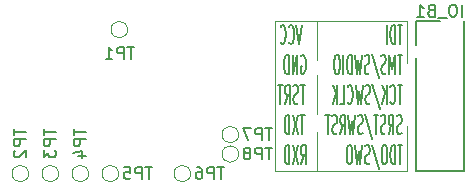
<source format=gbr>
G04 #@! TF.GenerationSoftware,KiCad,Pcbnew,(5.1.4)-1*
G04 #@! TF.CreationDate,2019-11-22T21:00:23+08:00*
G04 #@! TF.ProjectId,vllink_lite.r3,766c6c69-6e6b-45f6-9c69-74652e72332e,rev?*
G04 #@! TF.SameCoordinates,Original*
G04 #@! TF.FileFunction,Legend,Bot*
G04 #@! TF.FilePolarity,Positive*
%FSLAX46Y46*%
G04 Gerber Fmt 4.6, Leading zero omitted, Abs format (unit mm)*
G04 Created by KiCad (PCBNEW (5.1.4)-1) date 2019-11-22 21:00:23*
%MOMM*%
%LPD*%
G04 APERTURE LIST*
%ADD10C,0.120000*%
%ADD11C,0.150000*%
G04 APERTURE END LIST*
D10*
X119126000Y-114300000D02*
X119126000Y-117602000D01*
X119126000Y-109474000D02*
X119126000Y-112776000D01*
X119126000Y-104902000D02*
X119126000Y-108204000D01*
X126746000Y-117602000D02*
X126746000Y-113792000D01*
X115570000Y-117602000D02*
X126746000Y-117602000D01*
X115570000Y-104902000D02*
X115570000Y-117602000D01*
X126746000Y-104902000D02*
X115570000Y-104902000D01*
X126746000Y-108458000D02*
X126746000Y-104902000D01*
D11*
X126327833Y-105275809D02*
X125927833Y-105275809D01*
X126127833Y-106875809D02*
X126127833Y-105275809D01*
X125694500Y-106875809D02*
X125694500Y-105275809D01*
X125527833Y-105275809D01*
X125427833Y-105352000D01*
X125361166Y-105504380D01*
X125327833Y-105656761D01*
X125294500Y-105961523D01*
X125294500Y-106190095D01*
X125327833Y-106494857D01*
X125361166Y-106647238D01*
X125427833Y-106799619D01*
X125527833Y-106875809D01*
X125694500Y-106875809D01*
X124994500Y-106875809D02*
X124994500Y-105275809D01*
X117827833Y-105275809D02*
X117594500Y-106875809D01*
X117361166Y-105275809D01*
X116727833Y-106723428D02*
X116761166Y-106799619D01*
X116861166Y-106875809D01*
X116927833Y-106875809D01*
X117027833Y-106799619D01*
X117094500Y-106647238D01*
X117127833Y-106494857D01*
X117161166Y-106190095D01*
X117161166Y-105961523D01*
X117127833Y-105656761D01*
X117094500Y-105504380D01*
X117027833Y-105352000D01*
X116927833Y-105275809D01*
X116861166Y-105275809D01*
X116761166Y-105352000D01*
X116727833Y-105428190D01*
X116027833Y-106723428D02*
X116061166Y-106799619D01*
X116161166Y-106875809D01*
X116227833Y-106875809D01*
X116327833Y-106799619D01*
X116394500Y-106647238D01*
X116427833Y-106494857D01*
X116461166Y-106190095D01*
X116461166Y-105961523D01*
X116427833Y-105656761D01*
X116394500Y-105504380D01*
X116327833Y-105352000D01*
X116227833Y-105275809D01*
X116161166Y-105275809D01*
X116061166Y-105352000D01*
X116027833Y-105428190D01*
X126327833Y-107825809D02*
X125927833Y-107825809D01*
X126127833Y-109425809D02*
X126127833Y-107825809D01*
X125694500Y-109425809D02*
X125694500Y-107825809D01*
X125461166Y-108968666D01*
X125227833Y-107825809D01*
X125227833Y-109425809D01*
X124927833Y-109349619D02*
X124827833Y-109425809D01*
X124661166Y-109425809D01*
X124594500Y-109349619D01*
X124561166Y-109273428D01*
X124527833Y-109121047D01*
X124527833Y-108968666D01*
X124561166Y-108816285D01*
X124594500Y-108740095D01*
X124661166Y-108663904D01*
X124794500Y-108587714D01*
X124861166Y-108511523D01*
X124894500Y-108435333D01*
X124927833Y-108282952D01*
X124927833Y-108130571D01*
X124894500Y-107978190D01*
X124861166Y-107902000D01*
X124794500Y-107825809D01*
X124627833Y-107825809D01*
X124527833Y-107902000D01*
X123727833Y-107749619D02*
X124327833Y-109806761D01*
X123527833Y-109349619D02*
X123427833Y-109425809D01*
X123261166Y-109425809D01*
X123194500Y-109349619D01*
X123161166Y-109273428D01*
X123127833Y-109121047D01*
X123127833Y-108968666D01*
X123161166Y-108816285D01*
X123194500Y-108740095D01*
X123261166Y-108663904D01*
X123394500Y-108587714D01*
X123461166Y-108511523D01*
X123494500Y-108435333D01*
X123527833Y-108282952D01*
X123527833Y-108130571D01*
X123494500Y-107978190D01*
X123461166Y-107902000D01*
X123394500Y-107825809D01*
X123227833Y-107825809D01*
X123127833Y-107902000D01*
X122894500Y-107825809D02*
X122727833Y-109425809D01*
X122594500Y-108282952D01*
X122461166Y-109425809D01*
X122294500Y-107825809D01*
X122027833Y-109425809D02*
X122027833Y-107825809D01*
X121861166Y-107825809D01*
X121761166Y-107902000D01*
X121694500Y-108054380D01*
X121661166Y-108206761D01*
X121627833Y-108511523D01*
X121627833Y-108740095D01*
X121661166Y-109044857D01*
X121694500Y-109197238D01*
X121761166Y-109349619D01*
X121861166Y-109425809D01*
X122027833Y-109425809D01*
X121327833Y-109425809D02*
X121327833Y-107825809D01*
X120861166Y-107825809D02*
X120727833Y-107825809D01*
X120661166Y-107902000D01*
X120594500Y-108054380D01*
X120561166Y-108359142D01*
X120561166Y-108892476D01*
X120594500Y-109197238D01*
X120661166Y-109349619D01*
X120727833Y-109425809D01*
X120861166Y-109425809D01*
X120927833Y-109349619D01*
X120994500Y-109197238D01*
X121027833Y-108892476D01*
X121027833Y-108359142D01*
X120994500Y-108054380D01*
X120927833Y-107902000D01*
X120861166Y-107825809D01*
X117761166Y-107902000D02*
X117827833Y-107825809D01*
X117927833Y-107825809D01*
X118027833Y-107902000D01*
X118094500Y-108054380D01*
X118127833Y-108206761D01*
X118161166Y-108511523D01*
X118161166Y-108740095D01*
X118127833Y-109044857D01*
X118094500Y-109197238D01*
X118027833Y-109349619D01*
X117927833Y-109425809D01*
X117861166Y-109425809D01*
X117761166Y-109349619D01*
X117727833Y-109273428D01*
X117727833Y-108740095D01*
X117861166Y-108740095D01*
X117427833Y-109425809D02*
X117427833Y-107825809D01*
X117027833Y-109425809D01*
X117027833Y-107825809D01*
X116694500Y-109425809D02*
X116694500Y-107825809D01*
X116527833Y-107825809D01*
X116427833Y-107902000D01*
X116361166Y-108054380D01*
X116327833Y-108206761D01*
X116294500Y-108511523D01*
X116294500Y-108740095D01*
X116327833Y-109044857D01*
X116361166Y-109197238D01*
X116427833Y-109349619D01*
X116527833Y-109425809D01*
X116694500Y-109425809D01*
X126327833Y-110375809D02*
X125927833Y-110375809D01*
X126127833Y-111975809D02*
X126127833Y-110375809D01*
X125294500Y-111823428D02*
X125327833Y-111899619D01*
X125427833Y-111975809D01*
X125494500Y-111975809D01*
X125594500Y-111899619D01*
X125661166Y-111747238D01*
X125694500Y-111594857D01*
X125727833Y-111290095D01*
X125727833Y-111061523D01*
X125694500Y-110756761D01*
X125661166Y-110604380D01*
X125594500Y-110452000D01*
X125494500Y-110375809D01*
X125427833Y-110375809D01*
X125327833Y-110452000D01*
X125294500Y-110528190D01*
X124994500Y-111975809D02*
X124994500Y-110375809D01*
X124594500Y-111975809D02*
X124894500Y-111061523D01*
X124594500Y-110375809D02*
X124994500Y-111290095D01*
X123794500Y-110299619D02*
X124394500Y-112356761D01*
X123594500Y-111899619D02*
X123494500Y-111975809D01*
X123327833Y-111975809D01*
X123261166Y-111899619D01*
X123227833Y-111823428D01*
X123194500Y-111671047D01*
X123194500Y-111518666D01*
X123227833Y-111366285D01*
X123261166Y-111290095D01*
X123327833Y-111213904D01*
X123461166Y-111137714D01*
X123527833Y-111061523D01*
X123561166Y-110985333D01*
X123594500Y-110832952D01*
X123594500Y-110680571D01*
X123561166Y-110528190D01*
X123527833Y-110452000D01*
X123461166Y-110375809D01*
X123294500Y-110375809D01*
X123194500Y-110452000D01*
X122961166Y-110375809D02*
X122794500Y-111975809D01*
X122661166Y-110832952D01*
X122527833Y-111975809D01*
X122361166Y-110375809D01*
X121694500Y-111823428D02*
X121727833Y-111899619D01*
X121827833Y-111975809D01*
X121894500Y-111975809D01*
X121994500Y-111899619D01*
X122061166Y-111747238D01*
X122094500Y-111594857D01*
X122127833Y-111290095D01*
X122127833Y-111061523D01*
X122094500Y-110756761D01*
X122061166Y-110604380D01*
X121994500Y-110452000D01*
X121894500Y-110375809D01*
X121827833Y-110375809D01*
X121727833Y-110452000D01*
X121694500Y-110528190D01*
X121061166Y-111975809D02*
X121394500Y-111975809D01*
X121394500Y-110375809D01*
X120827833Y-111975809D02*
X120827833Y-110375809D01*
X120427833Y-111975809D02*
X120727833Y-111061523D01*
X120427833Y-110375809D02*
X120827833Y-111290095D01*
X118094500Y-110375809D02*
X117694500Y-110375809D01*
X117894500Y-111975809D02*
X117894500Y-110375809D01*
X117494500Y-111899619D02*
X117394500Y-111975809D01*
X117227833Y-111975809D01*
X117161166Y-111899619D01*
X117127833Y-111823428D01*
X117094500Y-111671047D01*
X117094500Y-111518666D01*
X117127833Y-111366285D01*
X117161166Y-111290095D01*
X117227833Y-111213904D01*
X117361166Y-111137714D01*
X117427833Y-111061523D01*
X117461166Y-110985333D01*
X117494500Y-110832952D01*
X117494500Y-110680571D01*
X117461166Y-110528190D01*
X117427833Y-110452000D01*
X117361166Y-110375809D01*
X117194500Y-110375809D01*
X117094500Y-110452000D01*
X116394500Y-111975809D02*
X116627833Y-111213904D01*
X116794500Y-111975809D02*
X116794500Y-110375809D01*
X116527833Y-110375809D01*
X116461166Y-110452000D01*
X116427833Y-110528190D01*
X116394500Y-110680571D01*
X116394500Y-110909142D01*
X116427833Y-111061523D01*
X116461166Y-111137714D01*
X116527833Y-111213904D01*
X116794500Y-111213904D01*
X116194500Y-110375809D02*
X115794500Y-110375809D01*
X115994500Y-111975809D02*
X115994500Y-110375809D01*
X126261166Y-114449619D02*
X126161166Y-114525809D01*
X125994500Y-114525809D01*
X125927833Y-114449619D01*
X125894500Y-114373428D01*
X125861166Y-114221047D01*
X125861166Y-114068666D01*
X125894500Y-113916285D01*
X125927833Y-113840095D01*
X125994500Y-113763904D01*
X126127833Y-113687714D01*
X126194500Y-113611523D01*
X126227833Y-113535333D01*
X126261166Y-113382952D01*
X126261166Y-113230571D01*
X126227833Y-113078190D01*
X126194500Y-113002000D01*
X126127833Y-112925809D01*
X125961166Y-112925809D01*
X125861166Y-113002000D01*
X125161166Y-114525809D02*
X125394500Y-113763904D01*
X125561166Y-114525809D02*
X125561166Y-112925809D01*
X125294500Y-112925809D01*
X125227833Y-113002000D01*
X125194500Y-113078190D01*
X125161166Y-113230571D01*
X125161166Y-113459142D01*
X125194500Y-113611523D01*
X125227833Y-113687714D01*
X125294500Y-113763904D01*
X125561166Y-113763904D01*
X124894500Y-114449619D02*
X124794500Y-114525809D01*
X124627833Y-114525809D01*
X124561166Y-114449619D01*
X124527833Y-114373428D01*
X124494500Y-114221047D01*
X124494500Y-114068666D01*
X124527833Y-113916285D01*
X124561166Y-113840095D01*
X124627833Y-113763904D01*
X124761166Y-113687714D01*
X124827833Y-113611523D01*
X124861166Y-113535333D01*
X124894500Y-113382952D01*
X124894500Y-113230571D01*
X124861166Y-113078190D01*
X124827833Y-113002000D01*
X124761166Y-112925809D01*
X124594500Y-112925809D01*
X124494500Y-113002000D01*
X124294500Y-112925809D02*
X123894500Y-112925809D01*
X124094500Y-114525809D02*
X124094500Y-112925809D01*
X123161166Y-112849619D02*
X123761166Y-114906761D01*
X122961166Y-114449619D02*
X122861166Y-114525809D01*
X122694500Y-114525809D01*
X122627833Y-114449619D01*
X122594500Y-114373428D01*
X122561166Y-114221047D01*
X122561166Y-114068666D01*
X122594500Y-113916285D01*
X122627833Y-113840095D01*
X122694500Y-113763904D01*
X122827833Y-113687714D01*
X122894500Y-113611523D01*
X122927833Y-113535333D01*
X122961166Y-113382952D01*
X122961166Y-113230571D01*
X122927833Y-113078190D01*
X122894500Y-113002000D01*
X122827833Y-112925809D01*
X122661166Y-112925809D01*
X122561166Y-113002000D01*
X122327833Y-112925809D02*
X122161166Y-114525809D01*
X122027833Y-113382952D01*
X121894500Y-114525809D01*
X121727833Y-112925809D01*
X121061166Y-114525809D02*
X121294500Y-113763904D01*
X121461166Y-114525809D02*
X121461166Y-112925809D01*
X121194500Y-112925809D01*
X121127833Y-113002000D01*
X121094500Y-113078190D01*
X121061166Y-113230571D01*
X121061166Y-113459142D01*
X121094500Y-113611523D01*
X121127833Y-113687714D01*
X121194500Y-113763904D01*
X121461166Y-113763904D01*
X120794500Y-114449619D02*
X120694500Y-114525809D01*
X120527833Y-114525809D01*
X120461166Y-114449619D01*
X120427833Y-114373428D01*
X120394500Y-114221047D01*
X120394500Y-114068666D01*
X120427833Y-113916285D01*
X120461166Y-113840095D01*
X120527833Y-113763904D01*
X120661166Y-113687714D01*
X120727833Y-113611523D01*
X120761166Y-113535333D01*
X120794500Y-113382952D01*
X120794500Y-113230571D01*
X120761166Y-113078190D01*
X120727833Y-113002000D01*
X120661166Y-112925809D01*
X120494500Y-112925809D01*
X120394500Y-113002000D01*
X120194500Y-112925809D02*
X119794500Y-112925809D01*
X119994500Y-114525809D02*
X119994500Y-112925809D01*
X118061166Y-112925809D02*
X117661166Y-112925809D01*
X117861166Y-114525809D02*
X117861166Y-112925809D01*
X117494500Y-112925809D02*
X117027833Y-114525809D01*
X117027833Y-112925809D02*
X117494500Y-114525809D01*
X116761166Y-114525809D02*
X116761166Y-112925809D01*
X116594500Y-112925809D01*
X116494500Y-113002000D01*
X116427833Y-113154380D01*
X116394500Y-113306761D01*
X116361166Y-113611523D01*
X116361166Y-113840095D01*
X116394500Y-114144857D01*
X116427833Y-114297238D01*
X116494500Y-114449619D01*
X116594500Y-114525809D01*
X116761166Y-114525809D01*
X126327833Y-115475809D02*
X125927833Y-115475809D01*
X126127833Y-117075809D02*
X126127833Y-115475809D01*
X125694500Y-117075809D02*
X125694500Y-115475809D01*
X125527833Y-115475809D01*
X125427833Y-115552000D01*
X125361166Y-115704380D01*
X125327833Y-115856761D01*
X125294500Y-116161523D01*
X125294500Y-116390095D01*
X125327833Y-116694857D01*
X125361166Y-116847238D01*
X125427833Y-116999619D01*
X125527833Y-117075809D01*
X125694500Y-117075809D01*
X124861166Y-115475809D02*
X124727833Y-115475809D01*
X124661166Y-115552000D01*
X124594500Y-115704380D01*
X124561166Y-116009142D01*
X124561166Y-116542476D01*
X124594500Y-116847238D01*
X124661166Y-116999619D01*
X124727833Y-117075809D01*
X124861166Y-117075809D01*
X124927833Y-116999619D01*
X124994500Y-116847238D01*
X125027833Y-116542476D01*
X125027833Y-116009142D01*
X124994500Y-115704380D01*
X124927833Y-115552000D01*
X124861166Y-115475809D01*
X123761166Y-115399619D02*
X124361166Y-117456761D01*
X123561166Y-116999619D02*
X123461166Y-117075809D01*
X123294500Y-117075809D01*
X123227833Y-116999619D01*
X123194500Y-116923428D01*
X123161166Y-116771047D01*
X123161166Y-116618666D01*
X123194500Y-116466285D01*
X123227833Y-116390095D01*
X123294500Y-116313904D01*
X123427833Y-116237714D01*
X123494500Y-116161523D01*
X123527833Y-116085333D01*
X123561166Y-115932952D01*
X123561166Y-115780571D01*
X123527833Y-115628190D01*
X123494500Y-115552000D01*
X123427833Y-115475809D01*
X123261166Y-115475809D01*
X123161166Y-115552000D01*
X122927833Y-115475809D02*
X122761166Y-117075809D01*
X122627833Y-115932952D01*
X122494500Y-117075809D01*
X122327833Y-115475809D01*
X121927833Y-115475809D02*
X121794500Y-115475809D01*
X121727833Y-115552000D01*
X121661166Y-115704380D01*
X121627833Y-116009142D01*
X121627833Y-116542476D01*
X121661166Y-116847238D01*
X121727833Y-116999619D01*
X121794500Y-117075809D01*
X121927833Y-117075809D01*
X121994500Y-116999619D01*
X122061166Y-116847238D01*
X122094500Y-116542476D01*
X122094500Y-116009142D01*
X122061166Y-115704380D01*
X121994500Y-115552000D01*
X121927833Y-115475809D01*
X117727833Y-117075809D02*
X117961166Y-116313904D01*
X118127833Y-117075809D02*
X118127833Y-115475809D01*
X117861166Y-115475809D01*
X117794500Y-115552000D01*
X117761166Y-115628190D01*
X117727833Y-115780571D01*
X117727833Y-116009142D01*
X117761166Y-116161523D01*
X117794500Y-116237714D01*
X117861166Y-116313904D01*
X118127833Y-116313904D01*
X117494500Y-115475809D02*
X117027833Y-117075809D01*
X117027833Y-115475809D02*
X117494500Y-117075809D01*
X116761166Y-117075809D02*
X116761166Y-115475809D01*
X116594500Y-115475809D01*
X116494500Y-115552000D01*
X116427833Y-115704380D01*
X116394500Y-115856761D01*
X116361166Y-116161523D01*
X116361166Y-116390095D01*
X116394500Y-116694857D01*
X116427833Y-116847238D01*
X116494500Y-116999619D01*
X116594500Y-117075809D01*
X116761166Y-117075809D01*
D10*
X112460000Y-116205000D02*
G75*
G03X112460000Y-116205000I-700000J0D01*
G01*
X112460000Y-114554000D02*
G75*
G03X112460000Y-114554000I-700000J0D01*
G01*
X108396000Y-117856000D02*
G75*
G03X108396000Y-117856000I-700000J0D01*
G01*
X102300000Y-117856000D02*
G75*
G03X102300000Y-117856000I-700000J0D01*
G01*
X99760000Y-117856000D02*
G75*
G03X99760000Y-117856000I-700000J0D01*
G01*
X97220000Y-117856000D02*
G75*
G03X97220000Y-117856000I-700000J0D01*
G01*
X94680000Y-117856000D02*
G75*
G03X94680000Y-117856000I-700000J0D01*
G01*
X103062000Y-105664000D02*
G75*
G03X103062000Y-105664000I-700000J0D01*
G01*
D11*
X127508000Y-108077000D02*
X127508000Y-117602000D01*
X131572000Y-117602000D02*
X131572000Y-104902000D01*
X127508000Y-104902000D02*
X127508000Y-106934000D01*
X129540000Y-104902000D02*
X127508000Y-104902000D01*
X131572000Y-117602000D02*
X127508000Y-117602000D01*
X115307904Y-115657380D02*
X114736476Y-115657380D01*
X115022190Y-116657380D02*
X115022190Y-115657380D01*
X114403142Y-116657380D02*
X114403142Y-115657380D01*
X114022190Y-115657380D01*
X113926952Y-115705000D01*
X113879333Y-115752619D01*
X113831714Y-115847857D01*
X113831714Y-115990714D01*
X113879333Y-116085952D01*
X113926952Y-116133571D01*
X114022190Y-116181190D01*
X114403142Y-116181190D01*
X113260285Y-116085952D02*
X113355523Y-116038333D01*
X113403142Y-115990714D01*
X113450761Y-115895476D01*
X113450761Y-115847857D01*
X113403142Y-115752619D01*
X113355523Y-115705000D01*
X113260285Y-115657380D01*
X113069809Y-115657380D01*
X112974571Y-115705000D01*
X112926952Y-115752619D01*
X112879333Y-115847857D01*
X112879333Y-115895476D01*
X112926952Y-115990714D01*
X112974571Y-116038333D01*
X113069809Y-116085952D01*
X113260285Y-116085952D01*
X113355523Y-116133571D01*
X113403142Y-116181190D01*
X113450761Y-116276428D01*
X113450761Y-116466904D01*
X113403142Y-116562142D01*
X113355523Y-116609761D01*
X113260285Y-116657380D01*
X113069809Y-116657380D01*
X112974571Y-116609761D01*
X112926952Y-116562142D01*
X112879333Y-116466904D01*
X112879333Y-116276428D01*
X112926952Y-116181190D01*
X112974571Y-116133571D01*
X113069809Y-116085952D01*
X115307904Y-114006380D02*
X114736476Y-114006380D01*
X115022190Y-115006380D02*
X115022190Y-114006380D01*
X114403142Y-115006380D02*
X114403142Y-114006380D01*
X114022190Y-114006380D01*
X113926952Y-114054000D01*
X113879333Y-114101619D01*
X113831714Y-114196857D01*
X113831714Y-114339714D01*
X113879333Y-114434952D01*
X113926952Y-114482571D01*
X114022190Y-114530190D01*
X114403142Y-114530190D01*
X113498380Y-114006380D02*
X112831714Y-114006380D01*
X113260285Y-115006380D01*
X111243904Y-117308380D02*
X110672476Y-117308380D01*
X110958190Y-118308380D02*
X110958190Y-117308380D01*
X110339142Y-118308380D02*
X110339142Y-117308380D01*
X109958190Y-117308380D01*
X109862952Y-117356000D01*
X109815333Y-117403619D01*
X109767714Y-117498857D01*
X109767714Y-117641714D01*
X109815333Y-117736952D01*
X109862952Y-117784571D01*
X109958190Y-117832190D01*
X110339142Y-117832190D01*
X108910571Y-117308380D02*
X109101047Y-117308380D01*
X109196285Y-117356000D01*
X109243904Y-117403619D01*
X109339142Y-117546476D01*
X109386761Y-117736952D01*
X109386761Y-118117904D01*
X109339142Y-118213142D01*
X109291523Y-118260761D01*
X109196285Y-118308380D01*
X109005809Y-118308380D01*
X108910571Y-118260761D01*
X108862952Y-118213142D01*
X108815333Y-118117904D01*
X108815333Y-117879809D01*
X108862952Y-117784571D01*
X108910571Y-117736952D01*
X109005809Y-117689333D01*
X109196285Y-117689333D01*
X109291523Y-117736952D01*
X109339142Y-117784571D01*
X109386761Y-117879809D01*
X105147904Y-117308380D02*
X104576476Y-117308380D01*
X104862190Y-118308380D02*
X104862190Y-117308380D01*
X104243142Y-118308380D02*
X104243142Y-117308380D01*
X103862190Y-117308380D01*
X103766952Y-117356000D01*
X103719333Y-117403619D01*
X103671714Y-117498857D01*
X103671714Y-117641714D01*
X103719333Y-117736952D01*
X103766952Y-117784571D01*
X103862190Y-117832190D01*
X104243142Y-117832190D01*
X102766952Y-117308380D02*
X103243142Y-117308380D01*
X103290761Y-117784571D01*
X103243142Y-117736952D01*
X103147904Y-117689333D01*
X102909809Y-117689333D01*
X102814571Y-117736952D01*
X102766952Y-117784571D01*
X102719333Y-117879809D01*
X102719333Y-118117904D01*
X102766952Y-118213142D01*
X102814571Y-118260761D01*
X102909809Y-118308380D01*
X103147904Y-118308380D01*
X103243142Y-118260761D01*
X103290761Y-118213142D01*
X98512380Y-114054095D02*
X98512380Y-114625523D01*
X99512380Y-114339809D02*
X98512380Y-114339809D01*
X99512380Y-114958857D02*
X98512380Y-114958857D01*
X98512380Y-115339809D01*
X98560000Y-115435047D01*
X98607619Y-115482666D01*
X98702857Y-115530285D01*
X98845714Y-115530285D01*
X98940952Y-115482666D01*
X98988571Y-115435047D01*
X99036190Y-115339809D01*
X99036190Y-114958857D01*
X98845714Y-116387428D02*
X99512380Y-116387428D01*
X98464761Y-116149333D02*
X99179047Y-115911238D01*
X99179047Y-116530285D01*
X95972380Y-114054095D02*
X95972380Y-114625523D01*
X96972380Y-114339809D02*
X95972380Y-114339809D01*
X96972380Y-114958857D02*
X95972380Y-114958857D01*
X95972380Y-115339809D01*
X96020000Y-115435047D01*
X96067619Y-115482666D01*
X96162857Y-115530285D01*
X96305714Y-115530285D01*
X96400952Y-115482666D01*
X96448571Y-115435047D01*
X96496190Y-115339809D01*
X96496190Y-114958857D01*
X95972380Y-115863619D02*
X95972380Y-116482666D01*
X96353333Y-116149333D01*
X96353333Y-116292190D01*
X96400952Y-116387428D01*
X96448571Y-116435047D01*
X96543809Y-116482666D01*
X96781904Y-116482666D01*
X96877142Y-116435047D01*
X96924761Y-116387428D01*
X96972380Y-116292190D01*
X96972380Y-116006476D01*
X96924761Y-115911238D01*
X96877142Y-115863619D01*
X93432380Y-114054095D02*
X93432380Y-114625523D01*
X94432380Y-114339809D02*
X93432380Y-114339809D01*
X94432380Y-114958857D02*
X93432380Y-114958857D01*
X93432380Y-115339809D01*
X93480000Y-115435047D01*
X93527619Y-115482666D01*
X93622857Y-115530285D01*
X93765714Y-115530285D01*
X93860952Y-115482666D01*
X93908571Y-115435047D01*
X93956190Y-115339809D01*
X93956190Y-114958857D01*
X93527619Y-115911238D02*
X93480000Y-115958857D01*
X93432380Y-116054095D01*
X93432380Y-116292190D01*
X93480000Y-116387428D01*
X93527619Y-116435047D01*
X93622857Y-116482666D01*
X93718095Y-116482666D01*
X93860952Y-116435047D01*
X94432380Y-115863619D01*
X94432380Y-116482666D01*
X103623904Y-107148380D02*
X103052476Y-107148380D01*
X103338190Y-108148380D02*
X103338190Y-107148380D01*
X102719142Y-108148380D02*
X102719142Y-107148380D01*
X102338190Y-107148380D01*
X102242952Y-107196000D01*
X102195333Y-107243619D01*
X102147714Y-107338857D01*
X102147714Y-107481714D01*
X102195333Y-107576952D01*
X102242952Y-107624571D01*
X102338190Y-107672190D01*
X102719142Y-107672190D01*
X101195333Y-108148380D02*
X101766761Y-108148380D01*
X101481047Y-108148380D02*
X101481047Y-107148380D01*
X101576285Y-107291238D01*
X101671523Y-107386476D01*
X101766761Y-107434095D01*
X131372952Y-104566380D02*
X131372952Y-103566380D01*
X130706285Y-103566380D02*
X130515809Y-103566380D01*
X130420571Y-103614000D01*
X130325333Y-103709238D01*
X130277714Y-103899714D01*
X130277714Y-104233047D01*
X130325333Y-104423523D01*
X130420571Y-104518761D01*
X130515809Y-104566380D01*
X130706285Y-104566380D01*
X130801523Y-104518761D01*
X130896761Y-104423523D01*
X130944380Y-104233047D01*
X130944380Y-103899714D01*
X130896761Y-103709238D01*
X130801523Y-103614000D01*
X130706285Y-103566380D01*
X130087238Y-104661619D02*
X129325333Y-104661619D01*
X128753904Y-104042571D02*
X128611047Y-104090190D01*
X128563428Y-104137809D01*
X128515809Y-104233047D01*
X128515809Y-104375904D01*
X128563428Y-104471142D01*
X128611047Y-104518761D01*
X128706285Y-104566380D01*
X129087238Y-104566380D01*
X129087238Y-103566380D01*
X128753904Y-103566380D01*
X128658666Y-103614000D01*
X128611047Y-103661619D01*
X128563428Y-103756857D01*
X128563428Y-103852095D01*
X128611047Y-103947333D01*
X128658666Y-103994952D01*
X128753904Y-104042571D01*
X129087238Y-104042571D01*
X127563428Y-104566380D02*
X128134857Y-104566380D01*
X127849142Y-104566380D02*
X127849142Y-103566380D01*
X127944380Y-103709238D01*
X128039619Y-103804476D01*
X128134857Y-103852095D01*
M02*

</source>
